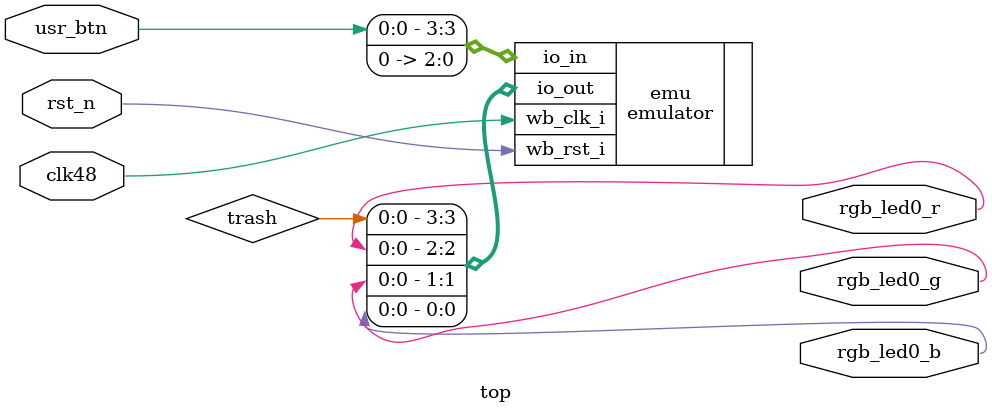
<source format=v>
module top(
    input clk48,
    input rst_n,

    // inout gpio_0,
    // inout gpio_1,
    // inout gpio_2,
    // inout gpio_5,
    // inout gpio_6,
    // inout gpio_9,
    // inout gpio_10,
    // inout gpio_11,
    // inout gpio_12,
    // inout gpio_13,

    // inout gpio_a0,
    // inout gpio_a1,
    // inout gpio_a2,
    // inout gpio_a3,

    input usr_btn,
    output rgb_led0_r,
    output rgb_led0_g,
    output rgb_led0_b, 

);
    reg rst_i;

    always @ (posedge clk) begin
        rst_i <= ~rst_n; 
    end

    wire trash;

    emulator emu(
        .wb_clk_i(clk48),
        .wb_rst_i(rst_n),

        .io_in({usr_btn, 3'b0}),
        .io_out({trash, rgb_led0_r, rgb_led0_g, rgb_led0_b})
    );
endmodule
</source>
